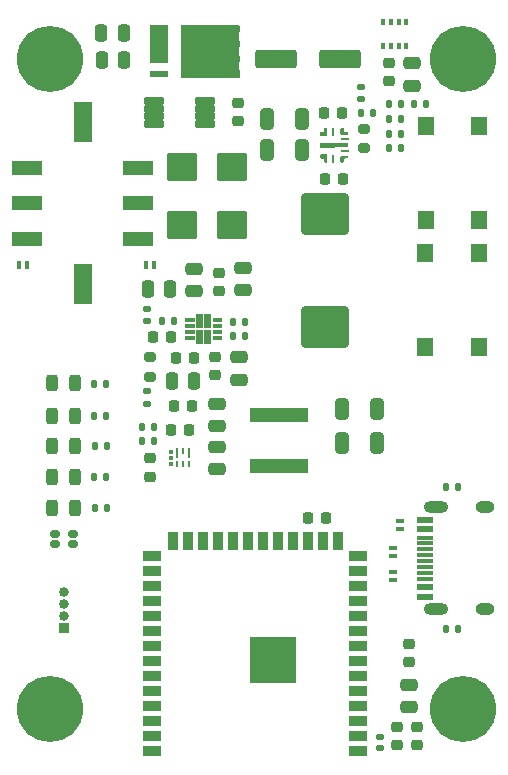
<source format=gbr>
%TF.GenerationSoftware,KiCad,Pcbnew,9.0.3*%
%TF.CreationDate,2025-12-02T23:18:34-08:00*%
%TF.ProjectId,AS 3,41532033-2e6b-4696-9361-645f70636258,V3*%
%TF.SameCoordinates,Original*%
%TF.FileFunction,Soldermask,Top*%
%TF.FilePolarity,Negative*%
%FSLAX46Y46*%
G04 Gerber Fmt 4.6, Leading zero omitted, Abs format (unit mm)*
G04 Created by KiCad (PCBNEW 9.0.3) date 2025-12-02 23:18:34*
%MOMM*%
%LPD*%
G01*
G04 APERTURE LIST*
G04 Aperture macros list*
%AMRoundRect*
0 Rectangle with rounded corners*
0 $1 Rounding radius*
0 $2 $3 $4 $5 $6 $7 $8 $9 X,Y pos of 4 corners*
0 Add a 4 corners polygon primitive as box body*
4,1,4,$2,$3,$4,$5,$6,$7,$8,$9,$2,$3,0*
0 Add four circle primitives for the rounded corners*
1,1,$1+$1,$2,$3*
1,1,$1+$1,$4,$5*
1,1,$1+$1,$6,$7*
1,1,$1+$1,$8,$9*
0 Add four rect primitives between the rounded corners*
20,1,$1+$1,$2,$3,$4,$5,0*
20,1,$1+$1,$4,$5,$6,$7,0*
20,1,$1+$1,$6,$7,$8,$9,0*
20,1,$1+$1,$8,$9,$2,$3,0*%
%AMFreePoly0*
4,1,5,0.775000,-2.840000,-0.775000,-2.840000,-0.775000,0.300000,0.775000,0.300000,0.775000,-2.840000,0.775000,-2.840000,$1*%
%AMFreePoly1*
4,1,8,0.675000,0.300000,0.775000,0.300000,0.775000,-0.300000,-0.775000,-0.300000,-4.224990,-0.300000,-4.224990,4.110000,0.675000,4.110000,0.675000,0.300000,0.675000,0.300000,$1*%
%AMFreePoly2*
4,1,13,0.187500,0.457500,0.187500,-0.137500,0.137498,-0.187500,-0.362501,-0.187500,-0.412501,-0.137500,-0.412501,0.107500,-0.362501,0.157500,-0.162502,0.157500,-0.062502,0.257500,-0.062502,0.457500,-0.012502,0.507500,0.137498,0.507500,0.187500,0.457500,0.187500,0.457500,$1*%
%AMFreePoly3*
4,1,13,0.137498,0.207500,0.187498,0.157500,0.187500,-0.437500,0.137498,-0.487500,-0.012499,-0.487500,-0.062499,-0.437500,-0.062502,-0.237500,-0.162502,-0.137500,-0.362501,-0.137500,-0.412501,-0.087500,-0.412501,0.157500,-0.362501,0.207503,0.137498,0.207500,0.137498,0.207500,$1*%
%AMFreePoly4*
4,1,13,0.512501,0.362498,0.512501,0.262499,0.462501,0.212499,0.262502,0.212499,0.162502,0.112499,0.162502,-0.087501,0.112502,-0.137501,-0.087500,-0.137501,-0.137500,-0.087501,-0.137500,0.362498,-0.087500,0.412498,0.462501,0.412498,0.512501,0.362498,0.512501,0.362498,$1*%
%AMFreePoly5*
4,1,13,0.162501,0.087501,0.162501,-0.112499,0.262504,-0.212499,0.462503,-0.212499,0.512503,-0.262499,0.512503,-0.362498,0.462503,-0.412501,-0.087498,-0.412498,-0.137498,-0.362498,-0.137498,0.087501,-0.087498,0.137501,0.112501,0.137501,0.162501,0.087501,0.162501,0.087501,$1*%
G04 Aperture macros list end*
%ADD10C,0.000000*%
%ADD11C,0.010000*%
%ADD12R,5.003800X1.295400*%
%ADD13RoundRect,0.200000X-0.275000X0.200000X-0.275000X-0.200000X0.275000X-0.200000X0.275000X0.200000X0*%
%ADD14RoundRect,0.135000X-0.135000X-0.185000X0.135000X-0.185000X0.135000X0.185000X-0.135000X0.185000X0*%
%ADD15RoundRect,0.243750X-0.243750X-0.456250X0.243750X-0.456250X0.243750X0.456250X-0.243750X0.456250X0*%
%ADD16RoundRect,0.225000X-0.250000X0.225000X-0.250000X-0.225000X0.250000X-0.225000X0.250000X0.225000X0*%
%ADD17RoundRect,0.225000X0.250000X-0.225000X0.250000X0.225000X-0.250000X0.225000X-0.250000X-0.225000X0*%
%ADD18RoundRect,0.225000X0.225000X0.250000X-0.225000X0.250000X-0.225000X-0.250000X0.225000X-0.250000X0*%
%ADD19FreePoly0,0.000000*%
%ADD20R,1.550000X0.600000*%
%ADD21FreePoly1,0.000000*%
%ADD22RoundRect,0.250000X0.250000X0.475000X-0.250000X0.475000X-0.250000X-0.475000X0.250000X-0.475000X0*%
%ADD23RoundRect,0.225000X-0.225000X-0.250000X0.225000X-0.250000X0.225000X0.250000X-0.225000X0.250000X0*%
%ADD24FreePoly2,0.000000*%
%ADD25FreePoly3,0.000000*%
%ADD26R,0.249999X0.650001*%
%ADD27FreePoly4,0.000000*%
%ADD28R,0.650001X0.249999*%
%ADD29FreePoly5,0.000000*%
%ADD30RoundRect,0.135000X0.135000X0.185000X-0.135000X0.185000X-0.135000X-0.185000X0.135000X-0.185000X0*%
%ADD31RoundRect,0.135000X0.185000X-0.135000X0.185000X0.135000X-0.185000X0.135000X-0.185000X-0.135000X0*%
%ADD32C,3.600000*%
%ADD33C,5.600000*%
%ADD34RoundRect,0.050000X0.300000X-0.150000X0.300000X0.150000X-0.300000X0.150000X-0.300000X-0.150000X0*%
%ADD35RoundRect,0.250000X0.325000X0.650000X-0.325000X0.650000X-0.325000X-0.650000X0.325000X-0.650000X0*%
%ADD36R,1.400000X1.600000*%
%ADD37RoundRect,0.258261X-1.029739X-0.929739X1.029739X-0.929739X1.029739X0.929739X-1.029739X0.929739X0*%
%ADD38RoundRect,0.250000X-0.325000X-0.650000X0.325000X-0.650000X0.325000X0.650000X-0.325000X0.650000X0*%
%ADD39RoundRect,0.250002X-1.749998X1.499998X-1.749998X-1.499998X1.749998X-1.499998X1.749998X1.499998X0*%
%ADD40C,0.450000*%
%ADD41R,1.500000X0.900000*%
%ADD42R,0.900000X1.500000*%
%ADD43R,3.900000X3.900000*%
%ADD44R,2.540000X1.270000*%
%ADD45R,1.650000X3.430000*%
%ADD46RoundRect,0.250000X0.475000X-0.250000X0.475000X0.250000X-0.475000X0.250000X-0.475000X-0.250000X0*%
%ADD47RoundRect,0.250000X-1.500000X-0.550000X1.500000X-0.550000X1.500000X0.550000X-1.500000X0.550000X0*%
%ADD48RoundRect,0.250000X-0.475000X0.250000X-0.475000X-0.250000X0.475000X-0.250000X0.475000X0.250000X0*%
%ADD49R,0.840000X0.840000*%
%ADD50C,0.840000*%
%ADD51RoundRect,0.162500X0.237500X0.162500X-0.237500X0.162500X-0.237500X-0.162500X0.237500X-0.162500X0*%
%ADD52RoundRect,0.140000X-0.170000X0.140000X-0.170000X-0.140000X0.170000X-0.140000X0.170000X0.140000X0*%
%ADD53RoundRect,0.080000X-0.735000X-0.240000X0.735000X-0.240000X0.735000X0.240000X-0.735000X0.240000X0*%
%ADD54RoundRect,0.135000X-0.185000X0.135000X-0.185000X-0.135000X0.185000X-0.135000X0.185000X0.135000X0*%
%ADD55RoundRect,0.250000X-0.250000X-0.475000X0.250000X-0.475000X0.250000X0.475000X-0.250000X0.475000X0*%
%ADD56R,0.254000X0.508000*%
%ADD57R,0.254000X0.812800*%
%ADD58R,0.457200X0.304800*%
%ADD59RoundRect,0.050000X-0.300000X0.150000X-0.300000X-0.150000X0.300000X-0.150000X0.300000X0.150000X0*%
%ADD60RoundRect,0.050000X0.150000X0.300000X-0.150000X0.300000X-0.150000X-0.300000X0.150000X-0.300000X0*%
%ADD61RoundRect,0.050000X-0.150000X-0.300000X0.150000X-0.300000X0.150000X0.300000X-0.150000X0.300000X0*%
%ADD62R,0.350000X0.500000*%
%ADD63R,1.450000X0.600000*%
%ADD64R,1.450000X0.300000*%
%ADD65O,2.100000X1.000000*%
%ADD66O,1.600000X1.000000*%
%ADD67RoundRect,0.200000X0.275000X-0.200000X0.275000X0.200000X-0.275000X0.200000X-0.275000X-0.200000X0*%
G04 APERTURE END LIST*
D10*
%TO.C,Q1*%
G36*
X64980000Y-52110000D02*
G01*
X64979990Y-55250000D01*
X64364990Y-55249990D01*
X64365000Y-52109990D01*
X64980000Y-52110000D01*
G37*
G36*
X69625000Y-52110030D02*
G01*
X69624980Y-56520030D01*
X66074990Y-56519990D01*
X66075000Y-52110000D01*
X69625000Y-52110030D01*
G37*
%TO.C,U3*%
G36*
X78425000Y-63019999D02*
G01*
X78475000Y-63069999D01*
X78475002Y-63664999D01*
X78425000Y-63714999D01*
X78275003Y-63714999D01*
X78225003Y-63664999D01*
X78225000Y-63464999D01*
X78125000Y-63364999D01*
X77925001Y-63364999D01*
X77875001Y-63314999D01*
X77875001Y-63069999D01*
X77925001Y-63019996D01*
X78425000Y-63019999D01*
G37*
G36*
X79924999Y-60864999D02*
G01*
X79924999Y-61064999D01*
X80025002Y-61164999D01*
X80225001Y-61164999D01*
X80275001Y-61214999D01*
X80275001Y-61314998D01*
X80225001Y-61365001D01*
X79675000Y-61364998D01*
X79625000Y-61314998D01*
X79625000Y-60864999D01*
X79675000Y-60814999D01*
X79874999Y-60814999D01*
X79924999Y-60864999D01*
G37*
G36*
X79048003Y-62050999D02*
G01*
X79112001Y-62103999D01*
X79144000Y-62114999D01*
X80225001Y-62114999D01*
X80275001Y-62164999D01*
X80275001Y-62364999D01*
X80225001Y-62414999D01*
X79144000Y-62414999D01*
X79112001Y-62425999D01*
X79048003Y-62478999D01*
X79016002Y-62490000D01*
X77925001Y-62489997D01*
X77875001Y-62440000D01*
X77875001Y-62089998D01*
X77925001Y-62040001D01*
X79016002Y-62039998D01*
X79048003Y-62050999D01*
G37*
D11*
%TO.C,U6*%
X67175000Y-77175000D02*
X66475000Y-77175000D01*
X66475000Y-76875000D01*
X67175000Y-76875000D01*
X67175000Y-77175000D01*
G36*
X67175000Y-77175000D02*
G01*
X66475000Y-77175000D01*
X66475000Y-76875000D01*
X67175000Y-76875000D01*
X67175000Y-77175000D01*
G37*
X67175000Y-77675000D02*
X66475000Y-77675000D01*
X66475000Y-77375000D01*
X67175000Y-77375000D01*
X67175000Y-77675000D01*
G36*
X67175000Y-77675000D02*
G01*
X66475000Y-77675000D01*
X66475000Y-77375000D01*
X67175000Y-77375000D01*
X67175000Y-77675000D01*
G37*
X67175000Y-78175000D02*
X66475000Y-78175000D01*
X66475000Y-77875000D01*
X67175000Y-77875000D01*
X67175000Y-78175000D01*
G36*
X67175000Y-78175000D02*
G01*
X66475000Y-78175000D01*
X66475000Y-77875000D01*
X67175000Y-77875000D01*
X67175000Y-78175000D01*
G37*
X67175000Y-78675000D02*
X66475000Y-78675000D01*
X66475000Y-78375000D01*
X67175000Y-78375000D01*
X67175000Y-78675000D01*
G36*
X67175000Y-78675000D02*
G01*
X66475000Y-78675000D01*
X66475000Y-78375000D01*
X67175000Y-78375000D01*
X67175000Y-78675000D01*
G37*
X67875000Y-77675000D02*
X67375000Y-77675000D01*
X67375000Y-76525000D01*
X67875000Y-76525000D01*
X67875000Y-77675000D01*
G36*
X67875000Y-77675000D02*
G01*
X67375000Y-77675000D01*
X67375000Y-76525000D01*
X67875000Y-76525000D01*
X67875000Y-77675000D01*
G37*
X67875000Y-79025000D02*
X67375000Y-79025000D01*
X67375000Y-77875000D01*
X67875000Y-77875000D01*
X67875000Y-79025000D01*
G36*
X67875000Y-79025000D02*
G01*
X67375000Y-79025000D01*
X67375000Y-77875000D01*
X67875000Y-77875000D01*
X67875000Y-79025000D01*
G37*
X68575000Y-77675000D02*
X68075000Y-77675000D01*
X68075000Y-76525000D01*
X68575000Y-76525000D01*
X68575000Y-77675000D01*
G36*
X68575000Y-77675000D02*
G01*
X68075000Y-77675000D01*
X68075000Y-76525000D01*
X68575000Y-76525000D01*
X68575000Y-77675000D01*
G37*
X68575000Y-79025000D02*
X68075000Y-79025000D01*
X68075000Y-77875000D01*
X68575000Y-77875000D01*
X68575000Y-79025000D01*
G36*
X68575000Y-79025000D02*
G01*
X68075000Y-79025000D01*
X68075000Y-77875000D01*
X68575000Y-77875000D01*
X68575000Y-79025000D01*
G37*
X69475000Y-77175000D02*
X68775000Y-77175000D01*
X68775000Y-76875000D01*
X69475000Y-76875000D01*
X69475000Y-77175000D01*
G36*
X69475000Y-77175000D02*
G01*
X68775000Y-77175000D01*
X68775000Y-76875000D01*
X69475000Y-76875000D01*
X69475000Y-77175000D01*
G37*
X69475000Y-77675000D02*
X68775000Y-77675000D01*
X68775000Y-77375000D01*
X69475000Y-77375000D01*
X69475000Y-77675000D01*
G36*
X69475000Y-77675000D02*
G01*
X68775000Y-77675000D01*
X68775000Y-77375000D01*
X69475000Y-77375000D01*
X69475000Y-77675000D01*
G37*
X69475000Y-78175000D02*
X68775000Y-78175000D01*
X68775000Y-77875000D01*
X69475000Y-77875000D01*
X69475000Y-78175000D01*
G36*
X69475000Y-78175000D02*
G01*
X68775000Y-78175000D01*
X68775000Y-77875000D01*
X69475000Y-77875000D01*
X69475000Y-78175000D01*
G37*
X69475000Y-78675000D02*
X68775000Y-78675000D01*
X68775000Y-78375000D01*
X69475000Y-78375000D01*
X69475000Y-78675000D01*
G36*
X69475000Y-78675000D02*
G01*
X68775000Y-78675000D01*
X68775000Y-78375000D01*
X69475000Y-78375000D01*
X69475000Y-78675000D01*
G37*
%TD*%
D12*
%TO.C,L2*%
X74430000Y-89443400D03*
X74430000Y-85100000D03*
%TD*%
D13*
%TO.C,R14*%
X81600000Y-60860000D03*
X81600000Y-62510000D03*
%TD*%
D14*
%TO.C,R23*%
X63850000Y-86080000D03*
X62830000Y-86080000D03*
%TD*%
D15*
%TO.C,D7*%
X55213750Y-92990000D03*
X57088750Y-92990000D03*
%TD*%
%TO.C,D6*%
X55213750Y-90350000D03*
X57088750Y-90350000D03*
%TD*%
%TO.C,D5*%
X55213750Y-82430000D03*
X57088750Y-82430000D03*
%TD*%
%TO.C,D4*%
X55213750Y-85160000D03*
X57088750Y-85160000D03*
%TD*%
%TO.C,D1*%
X55213750Y-87700000D03*
X57088750Y-87700000D03*
%TD*%
D16*
%TO.C,C6*%
X70925000Y-58700000D03*
X70925000Y-60250000D03*
%TD*%
D17*
%TO.C,C2*%
X85380000Y-106045000D03*
X85380000Y-104495000D03*
%TD*%
D18*
%TO.C,C15*%
X67050000Y-84375000D03*
X65500000Y-84375000D03*
%TD*%
D19*
%TO.C,Q1*%
X64205000Y-52410000D03*
D20*
X64205000Y-53680000D03*
X64205000Y-54950000D03*
X64205000Y-56220000D03*
D21*
X70300000Y-56220000D03*
D20*
X70300000Y-54950000D03*
X70300000Y-53680000D03*
X70300000Y-52410000D03*
%TD*%
D22*
%TO.C,C4*%
X61290000Y-55070000D03*
X59390000Y-55070000D03*
%TD*%
%TO.C,C19*%
X61270000Y-52730000D03*
X59370000Y-52730000D03*
%TD*%
D17*
%TO.C,C23*%
X83680000Y-56855000D03*
X83680000Y-55305000D03*
%TD*%
D16*
%TO.C,C21*%
X84360000Y-111480000D03*
X84360000Y-113030000D03*
%TD*%
D23*
%TO.C,C5*%
X76830000Y-93860000D03*
X78380000Y-93860000D03*
%TD*%
D16*
%TO.C,C1*%
X86060000Y-111480000D03*
X86060000Y-113030000D03*
%TD*%
D24*
%TO.C,U3*%
X78287502Y-61322499D03*
D25*
X78287502Y-63227499D03*
D26*
X79000000Y-63389998D03*
D27*
X79762500Y-63577498D03*
D28*
X79950001Y-62789999D03*
X79950001Y-61739999D03*
D29*
X79762498Y-60952500D03*
D26*
X79000000Y-61140000D03*
%TD*%
D30*
%TO.C,R19*%
X63850000Y-87320000D03*
X62830000Y-87320000D03*
%TD*%
D16*
%TO.C,C17*%
X63520000Y-88780216D03*
X63520000Y-90330216D03*
%TD*%
D31*
%TO.C,R22*%
X63250000Y-77175000D03*
X63250000Y-76155000D03*
%TD*%
D32*
%TO.C,H3*%
X90000000Y-110000000D03*
D33*
X90000000Y-110000000D03*
%TD*%
D34*
%TO.C,D10*%
X84070000Y-97030000D03*
X84070000Y-96330000D03*
%TD*%
D35*
%TO.C,C11*%
X76330000Y-60000000D03*
X73380000Y-60000000D03*
%TD*%
D36*
%TO.C,SW1*%
X91300000Y-71350000D03*
X91300000Y-79350000D03*
X86800000Y-71350000D03*
X86800000Y-79350000D03*
%TD*%
%TO.C,SW2*%
X91325000Y-60625000D03*
X91325000Y-68625000D03*
X86825000Y-60625000D03*
X86825000Y-68625000D03*
%TD*%
D37*
%TO.C,D2_2*%
X66150000Y-69050000D03*
X70450000Y-69050000D03*
%TD*%
D38*
%TO.C,C10*%
X79735000Y-87440000D03*
X82685000Y-87440000D03*
%TD*%
D39*
%TO.C,L1*%
X78260000Y-68110000D03*
X78260000Y-77610000D03*
%TD*%
D40*
%TO.C,U1*%
X74575000Y-104450000D03*
D41*
X81125000Y-113570000D03*
X81125000Y-112300000D03*
X81125000Y-111030000D03*
X81125000Y-109760000D03*
X81125000Y-108490000D03*
X81125000Y-107220000D03*
X81125000Y-105950000D03*
X81125000Y-104680000D03*
X81125000Y-103410000D03*
X81125000Y-102140000D03*
X81125000Y-100870000D03*
X81125000Y-99600000D03*
X81125000Y-98330000D03*
X81125000Y-97060000D03*
D42*
X79360000Y-95810000D03*
X78090000Y-95810000D03*
X76820000Y-95810000D03*
X75550000Y-95810000D03*
X74280000Y-95810000D03*
X73010000Y-95810000D03*
X71740000Y-95810000D03*
X70470000Y-95810000D03*
X69200000Y-95810000D03*
X67930000Y-95810000D03*
X66660000Y-95810000D03*
X65390000Y-95810000D03*
D41*
X63625000Y-97060000D03*
X63625000Y-98330000D03*
X63625000Y-99600000D03*
X63625000Y-100870000D03*
X63625000Y-102140000D03*
X63625000Y-103410000D03*
X63625000Y-104680000D03*
X63625000Y-105950000D03*
X63625000Y-107220000D03*
X63625000Y-108490000D03*
X63625000Y-109760000D03*
X63625000Y-111030000D03*
X63625000Y-112300000D03*
X63625000Y-113570000D03*
D40*
X75275000Y-106550000D03*
X75275000Y-105150000D03*
X74575000Y-107250000D03*
X74575000Y-105850000D03*
X73875000Y-106550000D03*
D43*
X73875000Y-105850000D03*
D40*
X73875000Y-105150000D03*
X73175000Y-107250000D03*
X73175000Y-105850000D03*
X73175000Y-104450000D03*
X72475000Y-106550000D03*
X72475000Y-105150000D03*
%TD*%
D44*
%TO.C,J1*%
X62475000Y-64160000D03*
X62475000Y-67160000D03*
X62475000Y-70160000D03*
X53075000Y-64160000D03*
X53075000Y-67160000D03*
X53075000Y-70160000D03*
D45*
X57775000Y-60275000D03*
X57775000Y-74045000D03*
%TD*%
D46*
%TO.C,C8*%
X69125000Y-86075000D03*
X69125000Y-84175000D03*
%TD*%
D47*
%TO.C,C13*%
X74170000Y-54940000D03*
X79570000Y-54940000D03*
%TD*%
D48*
%TO.C,C18*%
X69150000Y-87800000D03*
X69150000Y-89700000D03*
%TD*%
D14*
%TO.C,R7*%
X83740000Y-62475000D03*
X84760000Y-62475000D03*
%TD*%
D49*
%TO.C,J2*%
X56200000Y-103100000D03*
D50*
X56200000Y-102100000D03*
X56200000Y-101100000D03*
X56200000Y-100100000D03*
%TD*%
D30*
%TO.C,R11*%
X59807500Y-87700000D03*
X58787500Y-87700000D03*
%TD*%
%TO.C,R2*%
X59746250Y-85150000D03*
X58726250Y-85150000D03*
%TD*%
D51*
%TO.C,D9*%
X55428750Y-95140000D03*
X56928750Y-95140000D03*
X55428750Y-96040000D03*
X56928750Y-96040000D03*
%TD*%
D17*
%TO.C,C26*%
X69300000Y-74625000D03*
X69300000Y-73075000D03*
%TD*%
D30*
%TO.C,R10*%
X65475000Y-77150000D03*
X64455000Y-77150000D03*
%TD*%
D22*
%TO.C,C30*%
X67200000Y-82200000D03*
X65300000Y-82200000D03*
%TD*%
D46*
%TO.C,C3*%
X85420000Y-109830000D03*
X85420000Y-107930000D03*
%TD*%
D30*
%TO.C,R20*%
X59841250Y-92980000D03*
X58821250Y-92980000D03*
%TD*%
D52*
%TO.C,C20*%
X82950000Y-112345000D03*
X82950000Y-113305000D03*
%TD*%
D30*
%TO.C,R4*%
X89545000Y-103210000D03*
X88525000Y-103210000D03*
%TD*%
D23*
%TO.C,C12*%
X78175000Y-59560000D03*
X79725000Y-59560000D03*
%TD*%
D48*
%TO.C,C27*%
X71000000Y-80225000D03*
X71000000Y-82125000D03*
%TD*%
D14*
%TO.C,R12*%
X70505000Y-77225000D03*
X71525000Y-77225000D03*
%TD*%
D18*
%TO.C,C32*%
X67225000Y-80250000D03*
X65675000Y-80250000D03*
%TD*%
D30*
%TO.C,R6*%
X84720000Y-58800000D03*
X83700000Y-58800000D03*
%TD*%
%TO.C,R18*%
X84760000Y-61275000D03*
X83740000Y-61275000D03*
%TD*%
D46*
%TO.C,C24*%
X85690000Y-57240000D03*
X85690000Y-55340000D03*
%TD*%
D38*
%TO.C,C22*%
X79725000Y-84620000D03*
X82675000Y-84620000D03*
%TD*%
D30*
%TO.C,R13*%
X71525000Y-78375000D03*
X70505000Y-78375000D03*
%TD*%
D53*
%TO.C,U2*%
X63800000Y-58525000D03*
X63800000Y-59175000D03*
X63800000Y-59825000D03*
X63800000Y-60475000D03*
X68100000Y-60475000D03*
X68100000Y-59825000D03*
X68100000Y-59175000D03*
X68100000Y-58525000D03*
%TD*%
D35*
%TO.C,C9*%
X76335000Y-62680000D03*
X73385000Y-62680000D03*
%TD*%
D32*
%TO.C,H2*%
X90000000Y-55000000D03*
D33*
X90000000Y-55000000D03*
%TD*%
D54*
%TO.C,R15*%
X81370000Y-57350000D03*
X81370000Y-58370000D03*
%TD*%
D18*
%TO.C,C16*%
X79835000Y-65080000D03*
X78285000Y-65080000D03*
%TD*%
D34*
%TO.C,D11*%
X84630000Y-94770000D03*
X84630000Y-94070000D03*
%TD*%
D30*
%TO.C,R3*%
X89565000Y-91210000D03*
X88545000Y-91210000D03*
%TD*%
D55*
%TO.C,C31*%
X63275000Y-74475000D03*
X65175000Y-74475000D03*
%TD*%
D18*
%TO.C,C29*%
X65250000Y-78500000D03*
X63700000Y-78500000D03*
%TD*%
D30*
%TO.C,R5*%
X59796250Y-82450000D03*
X58776250Y-82450000D03*
%TD*%
D56*
%TO.C,U4*%
X65799748Y-89275000D03*
X66299874Y-89275016D03*
X66800000Y-89275000D03*
D57*
X66800000Y-88335216D03*
D56*
X66299874Y-88182800D03*
D57*
X65799748Y-88335216D03*
D58*
X65224874Y-88228782D03*
X65224874Y-88728908D03*
X65224874Y-89229034D03*
%TD*%
D59*
%TO.C,D3*%
X84070000Y-98390000D03*
X84070000Y-99090000D03*
%TD*%
D46*
%TO.C,C25*%
X67200000Y-74625000D03*
X67200000Y-72725000D03*
%TD*%
D16*
%TO.C,C28*%
X68950000Y-80200000D03*
X68950000Y-81750000D03*
%TD*%
D32*
%TO.C,H4*%
X55000000Y-110000000D03*
D33*
X55000000Y-110000000D03*
%TD*%
D60*
%TO.C,D8*%
X53100000Y-72400000D03*
X52400000Y-72400000D03*
%TD*%
D18*
%TO.C,C14*%
X66820000Y-86335216D03*
X65270000Y-86335216D03*
%TD*%
D61*
%TO.C,D2*%
X63110000Y-72410000D03*
X63810000Y-72410000D03*
%TD*%
D62*
%TO.C,U5*%
X85170000Y-53845000D03*
X84520000Y-53845000D03*
X83870000Y-53845000D03*
X83220000Y-53845000D03*
X83220000Y-51795000D03*
X83870000Y-51795000D03*
X84520000Y-51795000D03*
X85170000Y-51795000D03*
%TD*%
D14*
%TO.C,R1*%
X85855000Y-58800000D03*
X86875000Y-58800000D03*
%TD*%
D30*
%TO.C,R16*%
X82340000Y-59505000D03*
X81320000Y-59505000D03*
%TD*%
%TO.C,R17*%
X84750000Y-60000000D03*
X83730000Y-60000000D03*
%TD*%
D37*
%TO.C,D2_1*%
X66150000Y-64125000D03*
X70450000Y-64125000D03*
%TD*%
D63*
%TO.C,J3*%
X86765000Y-100480000D03*
X86765000Y-99680000D03*
D64*
X86765000Y-98480000D03*
X86765000Y-97480000D03*
X86765000Y-96980000D03*
X86765000Y-95980000D03*
D63*
X86765000Y-94780000D03*
X86765000Y-93980000D03*
X86765000Y-93980000D03*
X86765000Y-94780000D03*
D64*
X86765000Y-95480000D03*
X86765000Y-96480000D03*
X86765000Y-97980000D03*
X86765000Y-98980000D03*
D63*
X86765000Y-99680000D03*
X86765000Y-100480000D03*
D65*
X87680000Y-101550000D03*
D66*
X91860000Y-101550000D03*
D65*
X87680000Y-92910000D03*
D66*
X91860000Y-92910000D03*
%TD*%
D30*
%TO.C,R21*%
X59735000Y-90350000D03*
X58715000Y-90350000D03*
%TD*%
D67*
%TO.C,R8*%
X63475000Y-81850000D03*
X63475000Y-80200000D03*
%TD*%
D32*
%TO.C,H1*%
X55000000Y-55000000D03*
D33*
X55000000Y-55000000D03*
%TD*%
D46*
%TO.C,C7*%
X71350000Y-74550000D03*
X71350000Y-72650000D03*
%TD*%
D31*
%TO.C,R9*%
X63230000Y-84130000D03*
X63230000Y-83110000D03*
%TD*%
M02*

</source>
